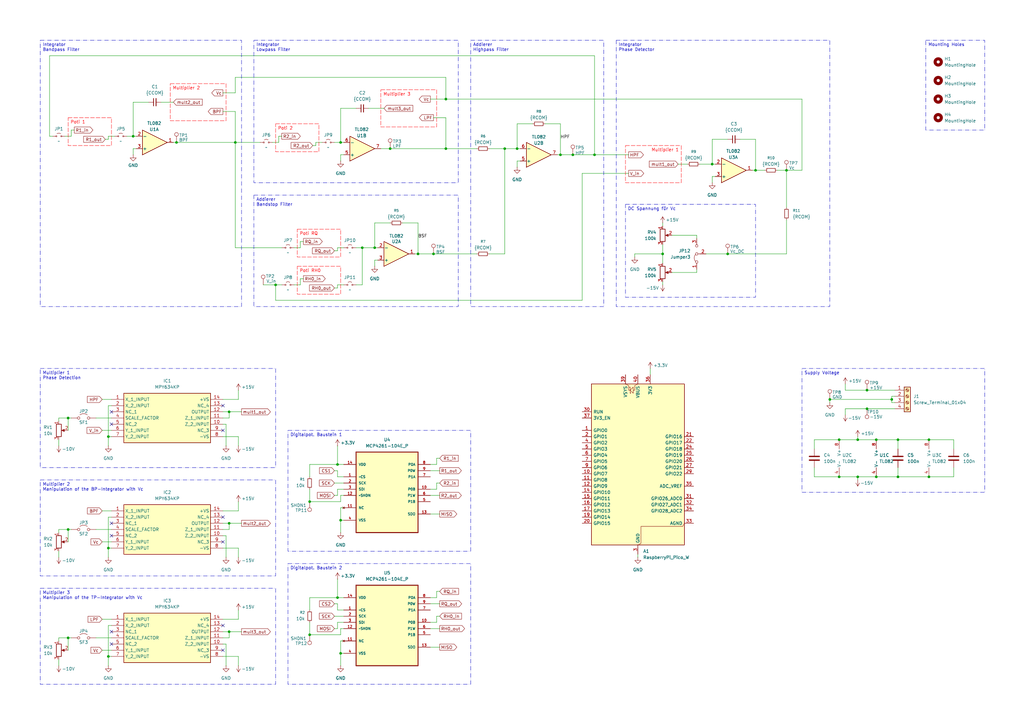
<source format=kicad_sch>
(kicad_sch (version 20250114) (generator "eeschema") (generator_version "9.0")
  (paper "A3")
  (text "*Mehr TP überall/ Jumper\n*Vier DigitalPots für die vier widerstände\n*Überlegungen für ADC und VCO\n*RP muss hinzugefügt werden\n*3.3V Spannuungsversorgung für RP" (at -99.314 185.674 0) (effects (font (size 3 3)) (justify left top)))
  (text_box "Poti 2\n\n" (at 113.03 50.8 0) (size 17.78 11.43) (margins 0.9525 0.9525 0.9525 0.9525) (stroke (width 0) (type dash) (color 255 0 7 1)) (effects (font (size 1.27 1.27)) (justify left top)))
  (text_box "Supply Voltage" (exclude_from_sim yes) (at 328.93 151.13 0) (size 74.93 50.8) (margins 0.9525 0.9525 0.9525 0.9525) (stroke (width 0) (type dash_dot)) (effects (font (size 1.27 1.27)) (justify left top)))
  (text_box "Digitalpot. Baustein 1\n\n" (at 118.11 176.53 0) (size 74.93 49.53) (margins 0.9525 0.9525 0.9525 0.9525) (stroke (width 0) (type dash_dot)) (effects (font (size 1.27 1.27)) (justify left top)))
  (text_box "Poti RH0\n\n\n" (at 121.92 109.22 0) (size 17.78 11.43) (margins 0.9525 0.9525 0.9525 0.9525) (stroke (width 0) (type dash) (color 255 0 7 1)) (effects (font (size 1.27 1.27)) (justify left top)))
  (text_box "Multiplier 2\n\n" (at 69.85 34.29 0) (size 22.86 15.24) (margins 0.9525 0.9525 0.9525 0.9525) (stroke (width 0) (type dash) (color 255 0 7 1)) (effects (font (size 1.27 1.27)) (justify left top)))
  (text_box "Multiplier 2\nManipulation of the BP-Integrator with Vc" (exclude_from_sim yes) (at 16.51 196.85 0) (size 96.52 39.37) (margins 0.9525 0.9525 0.9525 0.9525) (stroke (width 0) (type dash_dot)) (effects (font (size 1.27 1.27)) (justify left top)))
  (text_box "Multiplier 1\nPhase Detection" (exclude_from_sim yes) (at 16.51 151.13 0) (size 96.52 40.64) (margins 0.9525 0.9525 0.9525 0.9525) (stroke (width 0) (type dash_dot)) (effects (font (size 1.27 1.27)) (justify left top)))
  (text_box "Mounting Holes" (exclude_from_sim yes) (at 379.73 16.51 0) (size 24.13 36.83) (margins 0.9525 0.9525 0.9525 0.9525) (stroke (width 0) (type dash_dot)) (effects (font (size 1.27 1.27)) (justify left top)))
  (text_box "Poti 1\n\n" (at 27.94 48.26 0) (size 17.78 11.43) (margins 0.9525 0.9525 0.9525 0.9525) (stroke (width 0) (type dash) (color 255 0 7 1)) (effects (font (size 1.27 1.27)) (justify left top)))
  (text_box "Multiplier 3\nManipulation of the TP-Integrator with Vc" (exclude_from_sim yes) (at 16.51 241.3 0) (size 96.52 39.37) (margins 0.9525 0.9525 0.9525 0.9525) (stroke (width 0) (type dash_dot)) (effects (font (size 1.27 1.27)) (justify left top)))
  (text_box "Digitalpot. Baustein 2\n" (at 118.11 231.14 0) (size 74.93 49.53) (margins 0.9525 0.9525 0.9525 0.9525) (stroke (width 0) (type dash_dot)) (effects (font (size 1.27 1.27)) (justify left top)))
  (text_box "Addierer\nHighpass Filter" (exclude_from_sim yes) (at 193.04 16.51 0) (size 54.61 109.22) (margins 0.9525 0.9525 0.9525 0.9525) (stroke (width 0) (type dash_dot)) (effects (font (size 1.27 1.27)) (justify left top)))
  (text_box "Integrator\nBandpass Filter" (exclude_from_sim yes) (at 16.51 16.51 0) (size 82.55 109.22) (margins 0.9525 0.9525 0.9525 0.9525) (stroke (width 0) (type dash_dot)) (effects (font (size 1.27 1.27)) (justify left top)))
  (text_box "DC Spannung für Vc " (exclude_from_sim yes) (at 256.54 83.82 0) (size 53.34 38.1) (margins 0.9525 0.9525 0.9525 0.9525) (stroke (width 0) (type dash_dot)) (effects (font (size 1.27 1.27)) (justify left top)))
  (text_box "Multiplier 3\n\n" (at 156.21 36.83 0) (size 22.86 15.24) (margins 0.9525 0.9525 0.9525 0.9525) (stroke (width 0) (type dash) (color 255 0 7 1)) (effects (font (size 1.27 1.27)) (justify left top)))
  (text_box "Multiplier 1\n" (at 256.54 59.69 0) (size 22.86 15.24) (margins 0.9525 0.9525 0.9525 0.9525) (stroke (width 0) (type dash) (color 255 0 7 1)) (effects (font (size 1.27 1.27)) (justify right top)))
  (text_box "Addierer\nBandstop Filter" (exclude_from_sim yes) (at 104.14 80.01 0) (size 83.82 45.72) (margins 0.9525 0.9525 0.9525 0.9525) (stroke (width 0) (type dash_dot)) (effects (font (size 1.27 1.27)) (justify left top)))
  (text_box "Integrator\nLowpass Filter" (exclude_from_sim yes) (at 104.14 16.51 0) (size 83.82 58.42) (margins 0.9525 0.9525 0.9525 0.9525) (stroke (width 0) (type dash_dot)) (effects (font (size 1.27 1.27)) (justify left top)))
  (text_box "Poti RQ\n\n\n" (at 121.92 93.98 0) (size 17.78 11.43) (margins 0.9525 0.9525 0.9525 0.9525) (stroke (width 0) (type dash) (color 255 0 7 1)) (effects (font (size 1.27 1.27)) (justify left top)))
  (text_box "Integrator\nPhase Detector" (exclude_from_sim yes) (at 252.73 16.51 0) (size 87.63 109.22) (margins 0.9525 0.9525 0.9525 0.9525) (stroke (width 0) (type dash_dot)) (effects (font (size 1.27 1.27)) (justify left top)))
  (junction (at 160.02 60.96))
  (junction (at 212.09 60.96))
  (junction (at 351.79 195.58))
  (junction (at 355.6 167.64))
  (junction (at 27.94 217.17))
  (junction (at 182.88 40.64))
  (junction (at 234.95 63.5))
  (junction (at 182.88 60.96))
  (junction (at 139.7 58.42))
  (junction (at 359.41 195.58))
  (junction (at 127 260.35))
  (junction (at 139.7 213.36))
  (junction (at 113.03 116.84))
  (junction (at 207.01 60.96))
  (junction (at 344.17 180.34))
  (junction (at 72.39 58.42))
  (junction (at 309.88 69.85))
  (junction (at 54.61 55.88))
  (junction (at 93.98 214.63))
  (junction (at 44.45 269.24))
  (junction (at 322.58 69.85))
  (junction (at 153.67 101.6))
  (junction (at 44.45 179.07))
  (junction (at 355.6 160.02))
  (junction (at 229.87 63.5))
  (junction (at 359.41 180.34))
  (junction (at 381 195.58))
  (junction (at 127 205.74))
  (junction (at 27.94 261.62))
  (junction (at 243.84 63.5))
  (junction (at 271.78 104.14))
  (junction (at 93.98 168.91))
  (junction (at 351.79 180.34))
  (junction (at 96.52 58.42))
  (junction (at 27.94 171.45))
  (junction (at 340.36 163.83))
  (junction (at 138.43 190.5))
  (junction (at 381 180.34))
  (junction (at 368.3 180.34))
  (junction (at 365.76 163.83))
  (junction (at 368.3 195.58))
  (junction (at 138.43 245.11))
  (junction (at 139.7 267.97))
  (junction (at 148.59 101.6))
  (junction (at 298.45 104.14))
  (junction (at 292.1 67.31))
  (junction (at 344.17 195.58))
  (junction (at 171.45 104.14))
  (junction (at 93.98 259.08))
  (junction (at 44.45 224.79))
  (junction (at 177.8 104.14))
  (no_connect (at 45.72 259.08))
  (no_connect (at 91.44 256.54))
  (no_connect (at 91.44 266.7))
  (no_connect (at 45.72 173.99))
  (no_connect (at 45.72 264.16))
  (no_connect (at 91.44 222.25))
  (no_connect (at 45.72 219.71))
  (no_connect (at 91.44 176.53))
  (no_connect (at 45.72 168.91))
  (no_connect (at 91.44 166.37))
  (no_connect (at 91.44 212.09))
  (no_connect (at 45.72 214.63))
  (wire (pts (xy 91.44 219.71) (xy 92.71 219.71)))
  (wire (pts (xy 139.7 205.74) (xy 139.7 203.2)))
  (wire (pts (xy 171.45 104.14) (xy 171.45 91.44)))
  (wire (pts (xy 212.09 60.96) (xy 213.36 60.96)))
  (wire (pts (xy 29.21 53.34) (xy 30.48 53.34)))
  (wire (pts (xy 180.34 198.12) (xy 179.07 198.12)))
  (wire (pts (xy 334.01 180.34) (xy 334.01 184.15)))
  (wire (pts (xy 146.05 116.84) (xy 148.59 116.84)))
  (wire (pts (xy 137.16 198.12) (xy 140.97 198.12)))
  (wire (pts (xy 113.03 116.84) (xy 115.57 116.84)))
  (wire (pts (xy 41.91 254) (xy 45.72 254)))
  (wire (pts (xy 271.78 92.71) (xy 271.78 91.44)))
  (wire (pts (xy 146.05 101.6) (xy 148.59 101.6)))
  (wire (pts (xy 27.94 217.17) (xy 24.13 217.17)))
  (wire (pts (xy 148.59 116.84) (xy 148.59 101.6)))
  (wire (pts (xy 138.43 195.58) (xy 140.97 195.58)))
  (wire (pts (xy 27.94 171.45) (xy 27.94 176.53)))
  (wire (pts (xy 318.77 69.85) (xy 322.58 69.85)))
  (wire (pts (xy 365.76 163.83) (xy 340.36 163.83)))
  (wire (pts (xy 96.52 101.6) (xy 96.52 58.42)))
  (wire (pts (xy 24.13 218.44) (xy 24.13 217.17)))
  (wire (pts (xy 367.03 162.56) (xy 365.76 162.56)))
  (wire (pts (xy 346.71 160.02) (xy 355.6 160.02)))
  (wire (pts (xy 24.13 262.89) (xy 24.13 261.62)))
  (wire (pts (xy 91.44 259.08) (xy 93.98 259.08)))
  (wire (pts (xy 44.45 55.88) (xy 46.99 55.88)))
  (wire (pts (xy 153.67 106.68) (xy 153.67 109.22)))
  (wire (pts (xy 328.93 40.64) (xy 328.93 69.85)))
  (wire (pts (xy 309.88 57.15) (xy 309.88 69.85)))
  (wire (pts (xy 138.43 237.49) (xy 138.43 245.11)))
  (wire (pts (xy 275.59 111.76) (xy 285.75 111.76)))
  (wire (pts (xy 139.7 44.45) (xy 146.05 44.45)))
  (wire (pts (xy 153.67 101.6) (xy 154.94 101.6)))
  (wire (pts (xy 139.7 203.2) (xy 140.97 203.2)))
  (wire (pts (xy 71.12 58.42) (xy 72.39 58.42)))
  (wire (pts (xy 114.3 55.88) (xy 115.57 55.88)))
  (wire (pts (xy 234.95 63.5) (xy 243.84 63.5)))
  (wire (pts (xy 97.79 163.83) (xy 91.44 163.83)))
  (wire (pts (xy 44.45 166.37) (xy 44.45 179.07)))
  (wire (pts (xy 29.21 53.34) (xy 29.21 55.88)))
  (wire (pts (xy 182.88 60.96) (xy 195.58 60.96)))
  (wire (pts (xy 140.97 190.5) (xy 138.43 190.5)))
  (wire (pts (xy 29.21 261.62) (xy 27.94 261.62)))
  (wire (pts (xy 260.35 104.14) (xy 260.35 105.41)))
  (wire (pts (xy 218.44 50.8) (xy 212.09 50.8)))
  (wire (pts (xy 39.37 261.62) (xy 45.72 261.62)))
  (wire (pts (xy 97.79 179.07) (xy 91.44 179.07)))
  (wire (pts (xy 138.43 257.81) (xy 138.43 255.27)))
  (wire (pts (xy 391.16 184.15) (xy 391.16 180.34)))
  (wire (pts (xy 176.53 203.2) (xy 180.34 203.2)))
  (wire (pts (xy 120.65 101.6) (xy 123.19 101.6)))
  (wire (pts (xy 97.79 228.6) (xy 97.79 224.79)))
  (wire (pts (xy 223.52 50.8) (xy 229.87 50.8)))
  (wire (pts (xy 292.1 74.93) (xy 292.1 72.39)))
  (wire (pts (xy 137.16 203.2) (xy 138.43 203.2)))
  (wire (pts (xy 243.84 63.5) (xy 243.84 22.86)))
  (wire (pts (xy 97.79 182.88) (xy 97.79 179.07)))
  (wire (pts (xy 179.07 255.27) (xy 176.53 255.27)))
  (wire (pts (xy 351.79 180.34) (xy 344.17 180.34)))
  (wire (pts (xy 160.02 60.96) (xy 182.88 60.96)))
  (wire (pts (xy 292.1 72.39) (xy 293.37 72.39)))
  (wire (pts (xy 176.53 193.04) (xy 180.34 193.04)))
  (wire (pts (xy 91.44 38.1) (xy 96.52 38.1)))
  (wire (pts (xy 153.67 91.44) (xy 160.02 91.44)))
  (wire (pts (xy 54.61 41.91) (xy 54.61 55.88)))
  (wire (pts (xy 292.1 57.15) (xy 292.1 67.31)))
  (wire (pts (xy 54.61 60.96) (xy 55.88 60.96)))
  (wire (pts (xy 97.79 160.02) (xy 97.79 163.83)))
  (wire (pts (xy 328.93 40.64) (xy 182.88 40.64)))
  (wire (pts (xy 52.07 55.88) (xy 54.61 55.88)))
  (wire (pts (xy 20.32 55.88) (xy 21.59 55.88)))
  (wire (pts (xy 39.37 171.45) (xy 45.72 171.45)))
  (wire (pts (xy 346.71 170.18) (xy 346.71 167.64)))
  (wire (pts (xy 238.76 71.12) (xy 238.76 123.19)))
  (wire (pts (xy 29.21 55.88) (xy 26.67 55.88)))
  (wire (pts (xy 355.6 160.02) (xy 367.03 160.02)))
  (wire (pts (xy 137.16 102.87) (xy 138.43 102.87)))
  (wire (pts (xy 229.87 63.5) (xy 234.95 63.5)))
  (wire (pts (xy 45.72 256.54) (xy 44.45 256.54)))
  (wire (pts (xy 322.58 69.85) (xy 322.58 85.09)))
  (wire (pts (xy 266.7 151.13) (xy 266.7 153.67)))
  (wire (pts (xy 322.58 90.17) (xy 322.58 104.14)))
  (wire (pts (xy 139.7 208.28) (xy 139.7 213.36)))
  (wire (pts (xy 107.95 116.84) (xy 113.03 116.84)))
  (wire (pts (xy 140.97 208.28) (xy 139.7 208.28)))
  (wire (pts (xy 97.79 209.55) (xy 91.44 209.55)))
  (wire (pts (xy 179.07 245.11) (xy 176.53 245.11)))
  (wire (pts (xy 27.94 217.17) (xy 27.94 222.25)))
  (wire (pts (xy 346.71 167.64) (xy 355.6 167.64)))
  (wire (pts (xy 137.16 58.42) (xy 139.7 58.42)))
  (wire (pts (xy 139.7 205.74) (xy 127 205.74)))
  (wire (pts (xy 298.45 104.14) (xy 322.58 104.14)))
  (wire (pts (xy 182.88 31.75) (xy 182.88 40.64)))
  (wire (pts (xy 123.19 114.3) (xy 124.46 114.3)))
  (wire (pts (xy 137.16 257.81) (xy 138.43 257.81)))
  (wire (pts (xy 351.79 196.85) (xy 351.79 195.58)))
  (wire (pts (xy 129.54 58.42) (xy 132.08 58.42)))
  (wire (pts (xy 27.94 261.62) (xy 27.94 266.7)))
  (wire (pts (xy 127 200.66) (xy 127 205.74)))
  (wire (pts (xy 180.34 252.73) (xy 179.07 252.73)))
  (wire (pts (xy 96.52 31.75) (xy 182.88 31.75)))
  (wire (pts (xy 72.39 58.42) (xy 96.52 58.42)))
  (wire (pts (xy 139.7 257.81) (xy 140.97 257.81)))
  (wire (pts (xy 177.8 48.26) (xy 182.88 48.26)))
  (wire (pts (xy 171.45 104.14) (xy 177.8 104.14)))
  (wire (pts (xy 179.07 187.96) (xy 179.07 190.5)))
  (wire (pts (xy 368.3 195.58) (xy 381 195.58)))
  (wire (pts (xy 322.58 69.85) (xy 328.93 69.85)))
  (wire (pts (xy 176.53 247.65) (xy 180.34 247.65)))
  (wire (pts (xy 257.81 71.12) (xy 238.76 71.12)))
  (wire (pts (xy 44.45 224.79) (xy 45.72 224.79)))
  (wire (pts (xy 127 245.11) (xy 138.43 245.11)))
  (wire (pts (xy 365.76 165.1) (xy 365.76 163.83)))
  (wire (pts (xy 96.52 38.1) (xy 96.52 31.75)))
  (wire (pts (xy 309.88 69.85) (xy 313.69 69.85)))
  (wire (pts (xy 271.78 115.57) (xy 271.78 116.84)))
  (wire (pts (xy 97.79 224.79) (xy 91.44 224.79)))
  (wire (pts (xy 44.45 179.07) (xy 45.72 179.07)))
  (wire (pts (xy 92.71 173.99) (xy 92.71 182.88)))
  (wire (pts (xy 139.7 260.35) (xy 127 260.35)))
  (wire (pts (xy 381 180.34) (xy 391.16 180.34)))
  (wire (pts (xy 139.7 218.44) (xy 139.7 213.36)))
  (wire (pts (xy 351.79 180.34) (xy 359.41 180.34)))
  (wire (pts (xy 93.98 168.91) (xy 99.06 168.91)))
  (wire (pts (xy 41.91 266.7) (xy 45.72 266.7)))
  (wire (pts (xy 139.7 66.04) (xy 139.7 63.5)))
  (wire (pts (xy 139.7 63.5) (xy 140.97 63.5)))
  (wire (pts (xy 138.43 102.87) (xy 138.43 101.6)))
  (wire (pts (xy 368.3 180.34) (xy 381 180.34)))
  (wire (pts (xy 138.43 118.11) (xy 138.43 116.84)))
  (wire (pts (xy 355.6 167.64) (xy 367.03 167.64)))
  (wire (pts (xy 139.7 260.35) (xy 139.7 257.81)))
  (wire (pts (xy 137.16 252.73) (xy 140.97 252.73)))
  (wire (pts (xy 138.43 250.19) (xy 140.97 250.19)))
  (wire (pts (xy 165.1 91.44) (xy 171.45 91.44)))
  (wire (pts (xy 66.04 41.91) (xy 71.12 41.91)))
  (wire (pts (xy 176.53 265.43) (xy 180.34 265.43)))
  (wire (pts (xy 41.91 176.53) (xy 45.72 176.53)))
  (wire (pts (xy 91.44 45.72) (xy 96.52 45.72)))
  (wire (pts (xy 139.7 58.42) (xy 140.97 58.42)))
  (wire (pts (xy 92.71 264.16) (xy 92.71 273.05)))
  (wire (pts (xy 365.76 165.1) (xy 367.03 165.1)))
  (wire (pts (xy 20.32 22.86) (xy 20.32 55.88)))
  (wire (pts (xy 44.45 256.54) (xy 44.45 269.24)))
  (wire (pts (xy 138.43 116.84) (xy 140.97 116.84)))
  (wire (pts (xy 29.21 217.17) (xy 27.94 217.17)))
  (wire (pts (xy 123.19 99.06) (xy 124.46 99.06)))
  (wire (pts (xy 127 190.5) (xy 127 195.58)))
  (wire (pts (xy 97.79 254) (xy 91.44 254)))
  (wire (pts (xy 212.09 66.04) (xy 213.36 66.04)))
  (wire (pts (xy 140.97 262.89) (xy 139.7 262.89)))
  (wire (pts (xy 44.45 212.09) (xy 44.45 224.79)))
  (wire (pts (xy 308.61 69.85) (xy 309.88 69.85)))
  (wire (pts (xy 97.79 273.05) (xy 97.79 269.24)))
  (wire (pts (xy 212.09 50.8) (xy 212.09 60.96)))
  (wire (pts (xy 289.56 104.14) (xy 298.45 104.14)))
  (wire (pts (xy 351.79 195.58) (xy 359.41 195.58)))
  (wire (pts (xy 54.61 55.88) (xy 55.88 55.88)))
  (wire (pts (xy 243.84 63.5) (xy 257.81 63.5)))
  (wire (pts (xy 179.07 198.12) (xy 179.07 200.66)))
  (wire (pts (xy 156.21 60.96) (xy 160.02 60.96)))
  (wire (pts (xy 278.13 67.31) (xy 281.94 67.31)))
  (wire (pts (xy 139.7 44.45) (xy 139.7 58.42)))
  (wire (pts (xy 207.01 104.14) (xy 200.66 104.14)))
  (wire (pts (xy 138.43 200.66) (xy 140.97 200.66)))
  (wire (pts (xy 93.98 171.45) (xy 93.98 168.91)))
  (wire (pts (xy 334.01 180.34) (xy 344.17 180.34)))
  (wire (pts (xy 139.7 213.36) (xy 140.97 213.36)))
  (wire (pts (xy 176.53 210.82) (xy 180.34 210.82)))
  (wire (pts (xy 340.36 163.83) (xy 340.36 165.1)))
  (wire (pts (xy 391.16 191.77) (xy 391.16 195.58)))
  (wire (pts (xy 41.91 209.55) (xy 45.72 209.55)))
  (wire (pts (xy 91.44 217.17) (xy 93.98 217.17)))
  (wire (pts (xy 138.43 193.04) (xy 138.43 195.58)))
  (wire (pts (xy 114.3 55.88) (xy 114.3 58.42)))
  (wire (pts (xy 139.7 273.05) (xy 139.7 267.97)))
  (wire (pts (xy 285.75 96.52) (xy 285.75 97.79)))
  (wire (pts (xy 127 255.27) (xy 127 260.35)))
  (wire (pts (xy 44.45 269.24) (xy 45.72 269.24)))
  (wire (pts (xy 137.16 118.11) (xy 138.43 118.11)))
  (wire (pts (xy 292.1 57.15) (xy 298.45 57.15)))
  (wire (pts (xy 44.45 57.15) (xy 44.45 55.88)))
  (wire (pts (xy 91.44 168.91) (xy 93.98 168.91)))
  (wire (pts (xy 91.44 173.99) (xy 92.71 173.99)))
  (wire (pts (xy 97.79 250.19) (xy 97.79 254)))
  (wire (pts (xy 96.52 58.42) (xy 106.68 58.42)))
  (wire (pts (xy 93.98 214.63) (xy 99.06 214.63)))
  (wire (pts (xy 238.76 123.19) (xy 113.03 123.19)))
  (wire (pts (xy 41.91 163.83) (xy 45.72 163.83)))
  (wire (pts (xy 96.52 101.6) (xy 115.57 101.6)))
  (wire (pts (xy 292.1 67.31) (xy 293.37 67.31)))
  (wire (pts (xy 91.44 171.45) (xy 93.98 171.45)))
  (wire (pts (xy 139.7 267.97) (xy 140.97 267.97)))
  (wire (pts (xy 303.53 57.15) (xy 309.88 57.15)))
  (wire (pts (xy 123.19 99.06) (xy 123.19 101.6)))
  (wire (pts (xy 27.94 171.45) (xy 24.13 171.45)))
  (wire (pts (xy 207.01 60.96) (xy 212.09 60.96)))
  (wire (pts (xy 151.13 44.45) (xy 157.48 44.45)))
  (wire (pts (xy 45.72 212.09) (xy 44.45 212.09)))
  (wire (pts (xy 212.09 68.58) (xy 212.09 66.04)))
  (wire (pts (xy 44.45 179.07) (xy 44.45 182.88)))
  (wire (pts (xy 287.02 67.31) (xy 292.1 67.31)))
  (wire (pts (xy 179.07 200.66) (xy 176.53 200.66)))
  (wire (pts (xy 39.37 217.17) (xy 45.72 217.17)))
  (wire (pts (xy 91.44 214.63) (xy 93.98 214.63)))
  (wire (pts (xy 177.8 104.14) (xy 195.58 104.14)))
  (wire (pts (xy 176.53 257.81) (xy 180.34 257.81)))
  (wire (pts (xy 24.13 180.34) (xy 24.13 182.88)))
  (wire (pts (xy 271.78 104.14) (xy 271.78 100.33)))
  (wire (pts (xy 138.43 247.65) (xy 138.43 250.19)))
  (wire (pts (xy 365.76 162.56) (xy 365.76 163.83)))
  (wire (pts (xy 261.62 227.33) (xy 261.62 228.6)))
  (wire (pts (xy 344.17 195.58) (xy 351.79 195.58)))
  (wire (pts (xy 120.65 116.84) (xy 123.19 116.84)))
  (wire (pts (xy 93.98 261.62) (xy 93.98 259.08)))
  (wire (pts (xy 97.79 269.24) (xy 91.44 269.24)))
  (wire (pts (xy 140.97 245.11) (xy 138.43 245.11)))
  (wire (pts (xy 91.44 261.62) (xy 93.98 261.62)))
  (wire (pts (xy 368.3 180.34) (xy 368.3 184.15)))
  (wire (pts (xy 179.07 252.73) (xy 179.07 255.27)))
  (wire (pts (xy 96.52 45.72) (xy 96.52 58.42)))
  (wire (pts (xy 271.78 104.14) (xy 271.78 107.95)))
  (wire (pts (xy 92.71 219.71) (xy 92.71 228.6)))
  (wire (pts (xy 260.35 104.14) (xy 271.78 104.14)))
  (wire (pts (xy 29.21 171.45) (xy 27.94 171.45)))
  (wire (pts (xy 334.01 195.58) (xy 344.17 195.58)))
  (wire (pts (xy 137.16 247.65) (xy 138.43 247.65)))
  (wire (pts (xy 44.45 269.24) (xy 44.45 273.05)))
  (wire (pts (xy 171.45 104.14) (xy 170.18 104.14)))
  (wire (pts (xy 137.16 193.04) (xy 138.43 193.04)))
  (wire (pts (xy 97.79 205.74) (xy 97.79 209.55)))
  (wire (pts (xy 200.66 60.96) (xy 207.01 60.96)))
  (wire (pts (xy 368.3 195.58) (xy 359.41 195.58)))
  (wire (pts (xy 111.76 58.42) (xy 114.3 58.42)))
  (wire (pts (xy 229.87 63.5) (xy 228.6 63.5)))
  (wire (pts (xy 45.72 166.37) (xy 44.45 166.37)))
  (wire (pts (xy 179.07 190.5) (xy 176.53 190.5)))
  (wire (pts (xy 93.98 259.08) (xy 99.06 259.08)))
  (wire (pts (xy 179.07 242.57) (xy 179.07 245.11)))
  (wire (pts (xy 182.88 48.26) (xy 182.88 60.96)))
  (wire (pts (xy 41.91 222.25) (xy 45.72 222.25)))
  (wire (pts (xy 138.43 101.6) (xy 140.97 101.6)))
  (wire (pts (xy 207.01 104.14) (xy 207.01 60.96)))
  (wire (pts (xy 113.03 123.19) (xy 113.03 116.84)))
  (wire (pts (xy 243.84 22.86) (xy 20.32 22.86)))
  (wire (pts (xy 54.61 63.5) (xy 54.61 60.96)))
  (wire (pts (xy 44.45 224.79) (xy 44.45 228.6)))
  (wire (pts (xy 138.43 182.88) (xy 138.43 190.5)))
  (wire (pts (xy 24.13 270.51) (xy 24.13 273.05)))
  (wire (pts (xy 127 245.11) (xy 127 250.19)))
  (wire (pts (xy 334.01 191.77) (xy 334.01 195.58)))
  (wire (pts (xy 275.59 96.52) (xy 285.75 96.52)))
  (wire (pts (xy 229.87 50.8) (xy 229.87 63.5)))
  (wire (pts (xy 346.71 157.48) (xy 346.71 160.02)))
  (wire (pts (xy 138.43 255.27) (xy 140.97 255.27)))
  (wire (pts (xy 27.94 261.62) (xy 24.13 261.62)))
  (wire (pts (xy 54.61 41.91) (xy 60.96 41.91)))
  (wire (pts (xy 24.13 172.72) (xy 24.13 171.45)))
  (wire (pts (xy 91.44 264.16) (xy 92.71 264.16)))
  (wire (pts (xy 153.67 91.44) (xy 153.67 101.6)))
  (wire (pts (xy 128.27 59.69) (xy 129.54 59.69)))
  (wire (pts (xy 123.19 114.3) (xy 123.19 116.84)))
  (wire (pts (xy 24.13 226.06) (xy 24.13 228.6)))
  (wire (pts (xy 351.79 179.07) (xy 351.79 180.34)))
  (wire (pts (xy 368.3 191.77) (xy 368.3 195.58)))
  (wire (pts (xy 93.98 217.17) (xy 93.98 214.63)))
  (wire (pts (xy 381 195.58) (xy 391.16 195.58)))
  (wire (pts (xy 154.94 106.68) (xy 153.67 106.68)))
  (wire (pts (xy 180.34 242.57) (xy 179.07 242.57)))
  (wire (pts (xy 43.18 57.15) (xy 44.45 57.15)))
  (wire (pts (xy 180.34 187.96) (xy 179.07 187.96)))
  (wire (pts (xy 148.59 101.6) (xy 153.67 101.6)))
  (wire (pts (xy 138.43 203.2) (xy 138.43 200.66)))
  (wire (pts (xy 139.7 262.89) (xy 139.7 267.97)))
  (wire (pts (xy 129.54 59.69) (xy 129.54 58.42)))
  (wire (pts (xy 285.75 111.76) (xy 285.75 110.49)))
  (wire (pts (xy 182.88 40.64) (xy 176.53 40.64)))
  (wire (pts (xy 127 190.5) (xy 138.43 190.5)))
  (wire (pts (xy 359.41 180.34) (xy 368.3 180.34)))
  (label "HPF" (at 229.87 57.15 0))
  (label "BSF" (at 171.45 97.79 0))
  (global_label "R2_in" (shape output) (at 115.57 55.88 0) (property "Intersheetrefs" "${INTERSHEET_REFS}" (effects (hide yes))))
  (global_label "RQ_in" (shape input) (at 180.34 242.57 0) (property "Intersheetrefs" "${INTERSHEET_REFS}" (effects (hide yes))))
  (global_label "R2_in" (shape input) (at 180.34 198.12 0) (property "Intersheetrefs" "${INTERSHEET_REFS}" (effects (hide yes))))
  (global_label "Vc" (shape input) (at 41.91 222.25 180) (property "Intersheetrefs" "${INTERSHEET_REFS}" (effects (hide yes))))
  (global_label "RQ_out" (shape output) (at 180.34 247.65 0) (property "Intersheetrefs" "${INTERSHEET_REFS}" (effects (hide yes))))
  (global_label "HPF" (shape input) (at 41.91 163.83 180) (property "Intersheetrefs" "${INTERSHEET_REFS}" (effects (hide yes))))
  (global_label "R1_out" (shape output) (at 180.34 193.04 0) (property "Intersheetrefs" "${INTERSHEET_REFS}" (effects (hide yes))))
  (global_label "CS2" (shape input) (at 137.16 247.65 180) (property "Intersheetrefs" "${INTERSHEET_REFS}" (effects (hide yes))))
  (global_label "LPF" (shape output) (at 177.8 48.26 180) (property "Intersheetrefs" "${INTERSHEET_REFS}" (effects (hide yes))))
  (global_label "R1_in" (shape input) (at 180.34 187.96 0) (property "Intersheetrefs" "${INTERSHEET_REFS}" (effects (hide yes))))
  (global_label "RH0_out" (shape output) (at 180.34 257.81 0) (property "Intersheetrefs" "${INTERSHEET_REFS}" (effects (hide yes))))
  (global_label "mult2_out" (shape input) (at 71.12 41.91 0) (property "Intersheetrefs" "${INTERSHEET_REFS}" (effects (hide yes))))
  (global_label "mult2_out" (shape output) (at 99.06 214.63 0) (property "Intersheetrefs" "${INTERSHEET_REFS}" (effects (hide yes))))
  (global_label "V_in" (shape input) (at 41.91 176.53 180) (property "Intersheetrefs" "${INTERSHEET_REFS}" (effects (hide yes))))
  (global_label "RH0_in" (shape output) (at 124.46 114.3 0) (property "Intersheetrefs" "${INTERSHEET_REFS}" (effects (hide yes))))
  (global_label "RH0_in" (shape input) (at 180.34 252.73 0) (property "Intersheetrefs" "${INTERSHEET_REFS}" (effects (hide yes))))
  (global_label "HPF" (shape output) (at 257.81 63.5 0) (property "Intersheetrefs" "${INTERSHEET_REFS}" (effects (hide yes))))
  (global_label "mult3_out" (shape output) (at 99.06 259.08 0) (property "Intersheetrefs" "${INTERSHEET_REFS}" (effects (hide yes))))
  (global_label "R1_in" (shape output) (at 30.48 53.34 0) (property "Intersheetrefs" "${INTERSHEET_REFS}" (effects (hide yes))))
  (global_label "R2_out" (shape input) (at 128.27 59.69 180) (property "Intersheetrefs" "${INTERSHEET_REFS}" (effects (hide yes))))
  (global_label "LPF" (shape input) (at 41.91 254 180) (property "Intersheetrefs" "${INTERSHEET_REFS}" (effects (hide yes))))
  (global_label "MISO" (shape output) (at 180.34 210.82 0) (property "Intersheetrefs" "${INTERSHEET_REFS}" (effects (hide yes))))
  (global_label "Vc" (shape output) (at 91.44 38.1 180) (property "Intersheetrefs" "${INTERSHEET_REFS}" (effects (hide yes))))
  (global_label "mult1_out" (shape input) (at 278.13 67.31 180) (property "Intersheetrefs" "${INTERSHEET_REFS}" (effects (hide yes))))
  (global_label "SCK" (shape input) (at 137.16 252.73 180) (property "Intersheetrefs" "${INTERSHEET_REFS}" (effects (hide yes))))
  (global_label "CS1" (shape input) (at 137.16 193.04 180) (property "Intersheetrefs" "${INTERSHEET_REFS}" (effects (hide yes))))
  (global_label "RH0_out" (shape input) (at 137.16 118.11 180) (property "Intersheetrefs" "${INTERSHEET_REFS}" (effects (hide yes))))
  (global_label "BPF" (shape input) (at 41.91 209.55 180) (property "Intersheetrefs" "${INTERSHEET_REFS}" (effects (hide yes))))
  (global_label "V_in" (shape output) (at 257.81 71.12 0) (property "Intersheetrefs" "${INTERSHEET_REFS}" (effects (hide yes))))
  (global_label "R1_out" (shape input) (at 43.18 57.15 180) (property "Intersheetrefs" "${INTERSHEET_REFS}" (effects (hide yes))))
  (global_label "R2_out" (shape output) (at 180.34 203.2 0) (property "Intersheetrefs" "${INTERSHEET_REFS}" (effects (hide yes))))
  (global_label "MOSI" (shape input) (at 137.16 257.81 180) (property "Intersheetrefs" "${INTERSHEET_REFS}" (effects (hide yes))))
  (global_label "SCK" (shape input) (at 137.16 198.12 180) (property "Intersheetrefs" "${INTERSHEET_REFS}" (effects (hide yes))))
  (global_label "RQ_in" (shape output) (at 124.46 99.06 0) (property "Intersheetrefs" "${INTERSHEET_REFS}" (effects (hide yes))))
  (global_label "mult1_out" (shape output) (at 99.06 168.91 0) (property "Intersheetrefs" "${INTERSHEET_REFS}" (effects (hide yes))))
  (global_label "BPF" (shape output) (at 91.44 45.72 180) (property "Intersheetrefs" "${INTERSHEET_REFS}" (effects (hide yes))))
  (global_label "MISO" (shape output) (at 180.34 265.43 0) (property "Intersheetrefs" "${INTERSHEET_REFS}" (effects (hide yes))))
  (global_label "Vc" (shape output) (at 176.53 40.64 180) (property "Intersheetrefs" "${INTERSHEET_REFS}" (effects (hide yes))))
  (global_label "RQ_out" (shape input) (at 137.16 102.87 180) (property "Intersheetrefs" "${INTERSHEET_REFS}" (effects (hide yes))))
  (global_label "mult3_out" (shape input) (at 157.48 44.45 0) (property "Intersheetrefs" "${INTERSHEET_REFS}" (effects (hide yes))))
  (global_label "MOSI" (shape input) (at 137.16 203.2 180) (property "Intersheetrefs" "${INTERSHEET_REFS}" (effects (hide yes))))
  (global_label "Vc" (shape input) (at 41.91 266.7 180) (property "Intersheetrefs" "${INTERSHEET_REFS}" (effects (hide yes))))
  (symbol (lib_id "BA_Footprints:MPY634KP") (at 45.72 254 0) (unit 1)
    (property "Reference" "IC3" (at 68.58 246.38 0))
    (property "Value" "MPY634KP" (at 68.58 248.92 0))
    (property "Footprint" "002_BA:DIP794W53P254L1930H508Q14N" (effects (hide yes)))
    (property "Datasheet" "http://www.ti.com/lit/gpn/mpy634" (effects (hide yes)))
    (property "Description" "Wide Bandwidth Precision Analog Multiplier" (effects (hide yes)))
    (property "Height" "5.08" (effects (hide yes)))
    (property "Mouser Part Number" "595-MPY634KP" (effects (hide yes)))
    (property "Mouser Price/Stock" "https://www.mouser.co.uk/ProductDetail/Texas-Instruments/MPY634KP?qs=paYhMW8qfitgLgQ%252B%2FVQr7Q%3D%3D" (effects (hide yes)))
    (property "Manufacturer_Name" "Texas Instruments" (effects (hide yes)))
    (property "Manufacturer_Part_Number" "MPY634KP" (effects (hide yes)))
    (property "Sim.Library" "mpy634_tina.lib" (effects (hide yes)))
    (property "Sim.Name" "MPY634_behavioral" (effects (hide yes)))
    (property "Sim.Device" "SUBCKT" (effects (hide yes)))
    (property "Sim.Pins" "1=X1 2=X2 4=SF 6=Y1 7=Y2 8=-Vs 10=Z2 11=Z1 12=Out 14=+Vs" (effects (hide yes)))
  )
  (symbol (lib_id "Jumper:Jumper_2_Small_Open") (at 134.62 58.42 0) (unit 1)
    (property "Reference" "JP9" (at 134.62 55.372 0))
    (property "Value" "~" (at 134.62 60.452 0))
    (property "Footprint" "000_OUF:Connector 2 Pin 2.54mm" (effects (hide yes)))
    (property "Description" "Jumper, 2-pole, small symbol, open" (effects (hide yes)))
  )
  (symbol (lib_id "000_My_Symbols:Testpoint") (at 107.95 116.84 0) (unit 1) (exclude_from_sim yes)
    (property "Reference" "TP2" (at 108.966 113.284 0) (effects (justify left)))
    (property "Value" "V_in" (at 109.22 115.316 0) (effects (justify left)))
    (property "Footprint" "000_OUF:TestPoint" (effects (hide yes)))
    (property "Description" "test point" (effects (hide yes)))
    (property "Mouser Part Number" "534-5015" (effects (hide yes)))
    (property "Manufacturer_Name" "Keystone Electronics" (effects (hide yes)))
    (property "Manufacturer Part Number" "5015" (effects (hide yes)))
  )
  (symbol (lib_id "power:GND") (at 153.67 109.22 0) (unit 1)
    (property "Reference" "#PWR018" (effects (hide yes)))
    (property "Value" "GND" (at 153.67 114.3 0))
    (property "Description" "Power symbol creates a global label with name \"GND\" , ground" (effects (hide yes)))
  )
  (symbol (lib_id "Device:R_Small") (at 198.12 60.96 90) (unit 1)
    (property "Reference" "R6" (at 198.12 55.88 90) (effects (font (size 1.016 1.016))))
    (property "Value" "{RCOM}" (at 198.12 58.42 90))
    (property "Footprint" "000_OUF:Resistor" (effects (hide yes)))
    (property "Description" "Resistor, small symbol" (effects (hide yes)))
  )
  (symbol (lib_id "Jumper:Jumper_3_Bridged12") (at 285.75 104.14 90) (unit 1) (in_bom no)
    (property "Reference" "JP12" (at 283.21 102.8699 90) (effects (justify left)))
    (property "Value" "Jumper3" (at 283.21 105.4099 90) (effects (justify left)))
    (property "Footprint" "000_OUF:Connector 3 Pin 2,54mm" (effects (hide yes)))
    (property "Description" "Jumper, 3-pole, pins 1+2 closed/bridged" (effects (hide yes)))
  )
  (symbol (lib_id "power:+15V") (at 266.7 151.13 0) (unit 1)
    (property "Reference" "#PWR032" (effects (hide yes)))
    (property "Value" "+3.3V" (at 267.97 149.86 0) (effects (justify left)))
    (property "Description" "Power symbol creates a global label with name \"+15V\"" (effects (hide yes)))
  )
  (symbol (lib_id "Jumper:Jumper_2_Small_Open") (at 24.13 55.88 0) (unit 1)
    (property "Reference" "JP1" (at 24.13 52.832 0))
    (property "Value" "~" (at 24.13 57.912 0))
    (property "Footprint" "000_OUF:Connector 2 Pin 2.54mm" (effects (hide yes)))
    (property "Description" "Jumper, 2-pole, small symbol, open" (effects (hide yes)))
  )
  (symbol (lib_id "power:GND") (at 139.7 66.04 0) (unit 1)
    (property "Reference" "#PWR017" (effects (hide yes)))
    (property "Value" "GND" (at 139.7 71.12 0))
    (property "Description" "Power symbol creates a global label with name \"GND\" , ground" (effects (hide yes)))
  )
  (symbol (lib_id "power:GND") (at 340.36 165.1 0) (unit 1)
    (property "Reference" "#PWR024" (effects (hide yes)))
    (property "Value" "GND" (at 340.36 170.18 0))
    (property "Description" "Power symbol creates a global label with name \"GND\" , ground" (effects (hide yes)))
  )
  (symbol (lib_id "Jumper:Jumper_2_Small_Open") (at 109.22 58.42 0) (unit 1)
    (property "Reference" "JP6" (at 109.22 55.372 0))
    (property "Value" "~" (at 109.22 60.452 0))
    (property "Footprint" "000_OUF:Connector 2 Pin 2.54mm" (effects (hide yes)))
    (property "Description" "Jumper, 2-pole, small symbol, open" (effects (hide yes)))
  )
  (symbol (lib_id "MCU_Module:RaspberryPi_Pico_W") (at 261.62 191.77 0) (unit 1)
    (property "Reference" "A1" (at 263.7633 226.06 0) (effects (justify left)))
    (property "Value" "RaspberryPi_Pico_W" (at 263.7633 228.6 0) (effects (justify left)))
    (property "Footprint" "Module:RaspberryPi_Pico_W_SMD_HandSolder" (effects (hide yes)))
    (property "Datasheet" "https://datasheets.raspberrypi.com/picow/pico-w-datasheet.pdf" (effects (hide yes)))
    (property "Description" "Versatile and inexpensive wireless microcontroller module powered by RP2040 dual-core Arm Cortex-M0+ processor up to 133 MHz, 264kB SRAM, 2MB QSPI flash, Infineon CYW43439 2.4GHz 802.11n wireless LAN; also supports Raspberry Pi Pico 2 W" (effects (hide yes)))
  )
  (symbol (lib_id "000_My_Symbols:Testpoint") (at 127 205.74 180) (unit 1) (exclude_from_sim yes)
    (property "Reference" "TP11" (at 125.984 209.296 0) (effects (justify left)))
    (property "Value" "SHDN1" (at 125.73 207.264 0) (effects (justify left)))
    (property "Footprint" "000_OUF:TestPoint" (effects (hide yes)))
    (property "Description" "test point" (effects (hide yes)))
    (property "Mouser Part Number" "534-5015" (effects (hide yes)))
    (property "Manufacturer_Name" "Keystone Electronics" (effects (hide yes)))
    (property "Manufacturer Part Number" "5015" (effects (hide yes)))
  )
  (symbol (lib_id "power:GND") (at 44.45 273.05 0) (unit 1)
    (property "Reference" "#PWR06" (effects (hide yes)))
    (property "Value" "GND" (at 44.45 278.13 0))
    (property "Description" "Power symbol creates a global label with name \"GND\" , ground" (effects (hide yes)))
  )
  (symbol (lib_id "Device:R_Small") (at 127 198.12 0) (unit 1)
    (property "Reference" "R1" (at 122.936 196.596 0) (effects (font (size 1.016 1.016)) (justify left)))
    (property "Value" "10k" (at 121.412 199.136 0) (effects (justify left)))
    (property "Footprint" "000_OUF:Resistor" (effects (hide yes)))
    (property "Description" "Resistor, small symbol" (effects (hide yes)))
  )
  (symbol (lib_id "power:+15V") (at 24.13 228.6 180) (unit 1)
    (property "Reference" "#PWR02" (effects (hide yes)))
    (property "Value" "-10V" (at 25.4 229.87 0) (effects (justify right)))
    (property "Description" "Power symbol creates a global label with name \"+15V\"" (effects (hide yes)))
  )
  (symbol (lib_id "power:GND") (at 139.7 218.44 0) (unit 1)
    (property "Reference" "#PWR028" (effects (hide yes)))
    (property "Value" "GND" (at 139.7 223.52 0))
    (property "Description" "Power symbol creates a global label with name \"GND\" , ground" (effects (hide yes)))
  )
  (symbol (lib_id "Mechanical:MountingHole") (at 384.81 48.26 0) (unit 1) (exclude_from_sim yes) (in_bom no)
    (property "Reference" "H4" (at 387.35 46.9899 0) (effects (justify left)))
    (property "Value" "MountingHole" (at 387.35 49.5299 0) (effects (justify left)))
    (property "Footprint" "MountingHole:MountingHole_2.2mm_M2_DIN965" (effects (hide yes)))
    (property "Description" "Mounting Hole without connection" (effects (hide yes)))
  )
  (symbol (lib_id "power:+15V") (at 351.79 196.85 180) (unit 1)
    (property "Reference" "#-15V01" (effects (hide yes)))
    (property "Value" "-15V" (at 358.14 198.12 0) (effects (justify left)))
    (property "Description" "Power symbol creates a global label with name \"+15V\"" (effects (hide yes)))
  )
  (symbol (lib_id "Mechanical:MountingHole") (at 384.81 25.4 0) (unit 1) (exclude_from_sim yes) (in_bom no)
    (property "Reference" "H1" (at 387.35 24.1299 0) (effects (justify left)))
    (property "Value" "MountingHole" (at 387.35 26.6699 0) (effects (justify left)))
    (property "Footprint" "MountingHole:MountingHole_2.2mm_M2_DIN965" (effects (hide yes)))
    (property "Description" "Mounting Hole without connection" (effects (hide yes)))
  )
  (symbol (lib_id "Connector:Screw_Terminal_01x04") (at 372.11 162.56 0) (unit 1) (exclude_from_sim yes)
    (property "Reference" "J1" (at 374.65 162.5599 0) (effects (justify left)))
    (property "Value" "Screw_Terminal_01x04" (at 374.65 165.0999 0) (effects (justify left)))
    (property "Footprint" "000_OUF:Terminal 4 Pol" (effects (hide yes)))
    (property "Description" "Generic screw terminal, single row, 01x04, script generated (kicad-library-utils/schlib/autogen/connector/)" (effects (hide yes)))
  )
  (symbol (lib_id "Device:C_Small") (at 148.59 44.45 90) (unit 1)
    (property "Reference" "C2" (at 148.5963 38.1 90))
    (property "Value" "{CCOM}" (at 148.5963 40.64 90))
    (property "Footprint" "000_OUF:1-10uF" (effects (hide yes)))
    (property "Description" "Unpolarized capacitor, small symbol" (effects (hide yes)))
  )
  (symbol (lib_id "Amplifier_Operational:TL082") (at 162.56 104.14 0) (mirror x) (unit 1)
    (property "Reference" "U2" (at 162.56 99.06 0))
    (property "Value" "TL082" (at 162.56 96.774 0))
    (property "Footprint" "Package_DIP:CERDIP-8_W7.62mm_SideBrazed_LongPads_Socket" (effects (hide yes)))
    (property "Datasheet" "http://www.ti.com/lit/ds/symlink/tl081.pdf" (effects (hide yes)))
    (property "Description" "Dual JFET-Input Operational Amplifiers, DIP-8/SOIC-8/SSOP-8" (effects (hide yes)))
    (property "Sim.Library" "TL082-dual.lib" (effects (hide yes)))
    (property "Sim.Name" "TL082-dual" (effects (hide yes)))
    (property "Sim.Device" "SUBCKT" (effects (hide yes)))
    (property "Sim.Pins" "1=1out 2=1in- 3=1in+ 4=vcc- 5=2in+ 6=2in- 7=2out 8=vcc+" (effects (hide yes)))
  )
  (symbol (lib_id "Amplifier_Operational:TL082") (at 220.98 63.5 0) (mirror x) (unit 2)
    (property "Reference" "U2" (at 220.98 58.674 0))
    (property "Value" "TL082" (at 220.98 56.134 0))
    (property "Footprint" "Package_DIP:CERDIP-8_W7.62mm_SideBrazed_LongPads_Socket" (effects (hide yes)))
    (property "Datasheet" "http://www.ti.com/lit/ds/symlink/tl081.pdf" (effects (hide yes)))
    (property "Description" "Dual JFET-Input Operational Amplifiers, DIP-8/SOIC-8/SSOP-8" (effects (hide yes)))
    (property "Sim.Library" "TL082-dual.lib" (effects (hide yes)))
    (property "Sim.Name" "TL082-dual" (effects (hide yes)))
    (property "Sim.Device" "SUBCKT" (effects (hide yes)))
    (property "Sim.Pins" "1=1out 2=1in- 3=1in+ 4=vcc- 5=2in+ 6=2in- 7=2out 8=vcc+" (effects (hide yes)))
  )
  (symbol (lib_id "000_My_Symbols:Testpoint") (at 355.6 167.64 180) (unit 1) (exclude_from_sim yes)
    (property "Reference" "TP10" (at 360.426 168.91 0) (effects (justify left)))
    (property "Value" "-15V" (at 361.95 170.942 0) (effects (justify left)))
    (property "Footprint" "000_OUF:TestPoint" (effects (hide yes)))
    (property "Description" "test point" (effects (hide yes)))
    (property "Mouser Part Number" "534-5015" (effects (hide yes)))
    (property "Manufacturer_Name" "Keystone Electronics" (effects (hide yes)))
    (property "Manufacturer Part Number" "5015" (effects (hide yes)))
  )
  (symbol (lib_id "Device:R_Small") (at 284.48 67.31 90) (unit 1)
    (property "Reference" "R9" (at 284.48 62.23 90) (effects (font (size 1.016 1.016))))
    (property "Value" "{RCOM}" (at 284.48 64.77 90))
    (property "Footprint" "000_OUF:Resistor" (effects (hide yes)))
    (property "Description" "Resistor, small symbol" (effects (hide yes)))
  )
  (symbol (lib_id "Device:R_Small") (at 316.23 69.85 90) (unit 1)
    (property "Reference" "R10" (at 316.23 64.77 90) (effects (font (size 1.016 1.016))))
    (property "Value" "{RCOM}" (at 316.23 67.31 90))
    (property "Footprint" "000_OUF:Resistor" (effects (hide yes)))
    (property "Description" "Resistor, small symbol" (effects (hide yes)))
  )
  (symbol (lib_id "power:GND") (at 260.35 105.41 0) (unit 1)
    (property "Reference" "#PWR020" (effects (hide yes)))
    (property "Value" "GND" (at 260.35 110.49 0))
    (property "Description" "Power symbol creates a global label with name \"GND\" , ground" (effects (hide yes)))
  )
  (symbol (lib_id "power:GND") (at 92.71 182.88 0) (unit 1)
    (property "Reference" "#PWR08" (effects (hide yes)))
    (property "Value" "GND" (at 92.71 187.96 0))
    (property "Description" "Power symbol creates a global label with name \"GND\" , ground" (effects (hide yes)))
  )
  (symbol (lib_id "Device:C") (at 368.3 187.96 0) (unit 1)
    (property "Reference" "C5" (at 372.11 186.6899 0) (effects (justify left)))
    (property "Value" "100n" (at 372.11 189.2299 0) (effects (justify left)))
    (property "Footprint" "000_OUF:100nF" (effects (hide yes)))
    (property "Description" "Unpolarized capacitor" (effects (hide yes)))
  )
  (symbol (lib_id "000_My_Symbols:Testpoint") (at 298.45 104.14 0) (unit 1) (exclude_from_sim yes)
    (property "Reference" "TP6" (at 299.466 101.2189 0) (effects (justify left)))
    (property "Value" "Vc_DC" (at 299.466 103.124 0) (effects (justify left)))
    (property "Footprint" "000_OUF:TestPoint" (effects (hide yes)))
    (property "Description" "test point" (effects (hide yes)))
    (property "Mouser Part Number" "534-5015" (effects (hide yes)))
    (property "Manufacturer_Name" "Keystone Electronics" (effects (hide yes)))
    (property "Manufacturer Part Number" "5015" (effects (hide yes)))
  )
  (symbol (lib_id "Jumper:Jumper_2_Open") (at 34.29 171.45 0) (unit 1)
    (property "Reference" "JP2" (at 34.29 168.656 0))
    (property "Value" "SF1" (at 34.29 173.228 0))
    (property "Footprint" "000_OUF:Connector 2 Pin 2.54mm" (effects (hide yes)))
    (property "Description" "Jumper, 2-pole, open" (effects (hide yes)))
  )
  (symbol (lib_id "power:GND") (at 92.71 273.05 0) (unit 1)
    (property "Reference" "#PWR010" (effects (hide yes)))
    (property "Value" "GND" (at 92.71 278.13 0))
    (property "Description" "Power symbol creates a global label with name \"GND\" , ground" (effects (hide yes)))
  )
  (symbol (lib_id "power:+15V") (at 97.79 228.6 180) (unit 1)
    (property "Reference" "#PWR014" (effects (hide yes)))
    (property "Value" "-15V" (at 99.06 229.87 0) (effects (justify right)))
    (property "Description" "Power symbol creates a global label with name \"+15V\"" (effects (hide yes)))
  )
  (symbol (lib_id "Device:C_Small") (at 300.99 57.15 90) (unit 1)
    (property "Reference" "C3" (at 300.9963 50.8 90))
    (property "Value" "{CCOM}" (at 300.9963 53.34 90))
    (property "Footprint" "000_OUF:1-10uF" (effects (hide yes)))
    (property "Description" "Unpolarized capacitor, small symbol" (effects (hide yes)))
  )
  (symbol (lib_id "Digipot:MCP4261-104E_P") (at 158.75 252.73 0) (unit 1)
    (property "Reference" "U5" (at 158.75 234.95 0))
    (property "Value" "MCP4261-104E_P" (at 158.75 237.49 0))
    (property "Footprint" "MCP4261-104E_P:DIP254P762X533-14" (effects (hide yes)))
    (property "MF" "Microchip" (effects (hide yes)))
    (property "Description_1" "Digital Potentiometer, ICs Dual 7B NV SPI POT | Microchip Technology Inc. MCP4261-104E/P" (effects (hide yes)))
    (property "PACKAGE" "DIP-14" (effects (hide yes)))
    (property "MPN" "MCP4261-104E/P" (effects (hide yes)))
    (property "Price" "None" (effects (hide yes)))
    (property "Package" "PDIP-14 Atmel" (effects (hide yes)))
    (property "OC_FARNELL" "1840777" (effects (hide yes)))
    (property "SnapEDA_Link" "https://www.snapeda.com/parts/MCP4261-104E/P/Microchip+Technology/view-part/?ref=snap" (effects (hide yes)))
    (property "MP" "MCP4261-104E/P" (effects (hide yes)))
    (property "SUPPLIER" "Microchip" (effects (hide yes)))
    (property "OC_NEWARK" "27M0186" (effects (hide yes)))
    (property "Availability" "In Stock" (effects (hide yes)))
    (property "Check_prices" "https://www.snapeda.com/parts/MCP4261-104E/P/Microchip+Technology/view-part/?ref=eda" (effects (hide yes)))
  )
  (symbol (lib_id "BA_Footprints:MPY634KP") (at 45.72 163.83 0) (unit 1)
    (property "Reference" "IC1" (at 68.58 156.21 0))
    (property "Value" "MPY634KP" (at 68.58 158.75 0))
    (property "Footprint" "002_BA:DIP794W53P254L1930H508Q14N" (effects (hide yes)))
    (property "Datasheet" "http://www.ti.com/lit/gpn/mpy634" (effects (hide yes)))
    (property "Description" "Wide Bandwidth Precision Analog Multiplier" (effects (hide yes)))
    (property "Height" "5.08" (effects (hide yes)))
    (property "Mouser Part Number" "595-MPY634KP" (effects (hide yes)))
    (property "Mouser Price/Stock" "https://www.mouser.co.uk/ProductDetail/Texas-Instruments/MPY634KP?qs=paYhMW8qfitgLgQ%252B%2FVQr7Q%3D%3D" (effects (hide yes)))
    (property "Manufacturer_Name" "Texas Instruments" (effects (hide yes)))
    (property "Manufacturer_Part_Number" "MPY634KP" (effects (hide yes)))
    (property "Sim.Library" "mpy634_tina.lib" (effects (hide yes)))
    (property "Sim.Name" "MPY634_behavioral" (effects (hide yes)))
    (property "Sim.Device" "SUBCKT" (effects (hide yes)))
    (property "Sim.Pins" "1=X1 2=X2 4=SF 6=Y1 7=Y2 8=-Vs 10=Z2 11=Z1 12=Out 14=+Vs" (effects (hide yes)))
  )
  (symbol (lib_id "000_My_Symbols:Testpoint") (at 322.58 69.85 0) (unit 1) (exclude_from_sim yes)
    (property "Reference" "TP7" (at 323.596 66.9289 0) (effects (justify left)))
    (property "Value" "Vc" (at 323.596 68.834 0) (effects (justify left)))
    (property "Footprint" "000_OUF:TestPoint" (effects (hide yes)))
    (property "Description" "test point" (effects (hide yes)))
    (property "Mouser Part Number" "534-5015" (effects (hide yes)))
    (property "Manufacturer_Name" "Keystone Electronics" (effects (hide yes)))
    (property "Manufacturer Part Number" "5015" (effects (hide yes)))
  )
  (symbol (lib_id "Device:C_Small") (at 63.5 41.91 90) (unit 1)
    (property "Reference" "C1" (at 63.5063 35.56 90))
    (property "Value" "{CCOM}" (at 63.5063 38.1 90))
    (property "Footprint" "000_OUF:1-10uF" (effects (hide yes)))
    (property "Description" "Unpolarized capacitor, small symbol" (effects (hide yes)))
  )
  (symbol (lib_id "Amplifier_Operational:TL082") (at 63.5 58.42 0) (mirror x) (unit 1)
    (property "Reference" "U1" (at 63.246 53.086 0))
    (property "Value" "TL082" (at 63.246 50.546 0))
    (property "Footprint" "Package_DIP:CERDIP-8_W7.62mm_SideBrazed_LongPads_Socket" (effects (hide yes)))
    (property "Datasheet" "http://www.ti.com/lit/ds/symlink/tl081.pdf" (effects (hide yes)))
    (property "Description" "Dual JFET-Input Operational Amplifiers, DIP-8/SOIC-8/SSOP-8" (effects (hide yes)))
    (property "Sim.Library" "TL082-dual.lib" (effects (hide yes)))
    (property "Sim.Name" "TL082-dual" (effects (hide yes)))
    (property "Sim.Device" "SUBCKT" (effects (hide yes)))
    (property "Sim.Pins" "1=1out 2=1in- 3=1in+ 4=vcc- 5=2in+ 6=2in- 7=2out 8=vcc+" (effects (hide yes)))
  )
  (symbol (lib_id "power:+15V") (at 24.13 273.05 180) (unit 1)
    (property "Reference" "#PWR03" (effects (hide yes)))
    (property "Value" "-10V" (at 25.4 274.32 0) (effects (justify right)))
    (property "Description" "Power symbol creates a global label with name \"+15V\"" (effects (hide yes)))
  )
  (symbol (lib_id "Device:R_Potentiometer") (at 271.78 111.76 0) (unit 1)
    (property "Reference" "RV5" (at 269.24 110.4899 0) (effects (justify right)))
    (property "Value" "100k" (at 269.24 113.0299 0) (effects (justify right)))
    (property "Footprint" "000_OUF:Trimmer Rund" (effects (hide yes)))
    (property "Description" "Potentiometer" (effects (hide yes)))
  )
  (symbol (lib_id "Device:R_Potentiometer") (at 24.13 266.7 0) (unit 1)
    (property "Reference" "RV3" (at 21.59 265.4299 0) (effects (justify right)))
    (property "Value" "10k" (at 21.59 267.9699 0) (effects (justify right)))
    (property "Footprint" "000_OUF:Trimmer straight" (effects (hide yes)))
    (property "Description" "Potentiometer" (effects (hide yes)))
  )
  (symbol (lib_id "BA_Footprints:MPY634KP") (at 45.72 209.55 0) (unit 1)
    (property "Reference" "IC2" (at 68.58 201.93 0))
    (property "Value" "MPY634KP" (at 68.58 204.47 0))
    (property "Footprint" "002_BA:DIP794W53P254L1930H508Q14N" (effects (hide yes)))
    (property "Datasheet" "http://www.ti.com/lit/gpn/mpy634" (effects (hide yes)))
    (property "Description" "Wide Bandwidth Precision Analog Multiplier" (effects (hide yes)))
    (property "Height" "5.08" (effects (hide yes)))
    (property "Mouser Part Number" "595-MPY634KP" (effects (hide yes)))
    (property "Mouser Price/Stock" "https://www.mouser.co.uk/ProductDetail/Texas-Instruments/MPY634KP?qs=paYhMW8qfitgLgQ%252B%2FVQr7Q%3D%3D" (effects (hide yes)))
    (property "Manufacturer_Name" "Texas Instruments" (effects (hide yes)))
    (property "Manufacturer_Part_Number" "MPY634KP" (effects (hide yes)))
    (property "Sim.Library" "mpy634_tina.lib" (effects (hide yes)))
    (property "Sim.Name" "MPY634_behavioral" (effects (hide yes)))
    (property "Sim.Device" "SUBCKT" (effects (hide yes)))
    (property "Sim.Pins" "1=X1 2=X2 4=SF 6=Y1 7=Y2 8=-Vs 10=Z2 11=Z1 12=Out 14=+Vs" (effects (hide yes)))
  )
  (symbol (lib_id "000_My_Symbols:Testpoint") (at 234.95 63.5 0) (unit 1) (exclude_from_sim yes)
    (property "Reference" "TP5" (at 235.966 60.5789 0) (effects (justify left)))
    (property "Value" "HPF" (at 235.966 62.738 0) (effects (justify left)))
    (property "Footprint" "000_OUF:TestPoint" (effects (hide yes)))
    (property "Description" "test point" (effects (hide yes)))
    (property "Mouser Part Number" "534-5015" (effects (hide yes)))
    (property "Manufacturer_Name" "Keystone Electronics" (effects (hide yes)))
    (property "Manufacturer Part Number" "5015" (effects (hide yes)))
  )
  (symbol (lib_id "power:+15V") (at 24.13 182.88 180) (unit 1)
    (property "Reference" "#PWR01" (effects (hide yes)))
    (property "Value" "-10V" (at 25.4 184.15 0) (effects (justify right)))
    (property "Description" "Power symbol creates a global label with name \"+15V\"" (effects (hide yes)))
  )
  (symbol (lib_id "000_My_Symbols:Testpoint") (at 72.39 58.42 0) (unit 1) (exclude_from_sim yes)
    (property "Reference" "TP1" (at 73.406 55.4989 0) (effects (justify left)))
    (property "Value" "BPF" (at 73.406 57.404 0) (effects (justify left)))
    (property "Footprint" "000_OUF:TestPoint" (effects (hide yes)))
    (property "Description" "test point" (effects (hide yes)))
    (property "Mouser Part Number" "534-5015" (effects (hide yes)))
    (property "Manufacturer_Name" "Keystone Electronics" (effects (hide yes)))
    (property "Manufacturer Part Number" "5015" (effects (hide yes)))
  )
  (symbol (lib_id "000_My_Symbols:Testpoint") (at 160.02 60.96 0) (unit 1) (exclude_from_sim yes)
    (property "Reference" "TP3" (at 161.036 58.0389 0) (effects (justify left)))
    (property "Value" "LPF" (at 161.036 59.944 0) (effects (justify left)))
    (property "Footprint" "000_OUF:TestPoint" (effects (hide yes)))
    (property "Description" "test point" (effects (hide yes)))
    (property "Mouser Part Number" "534-5015" (effects (hide yes)))
    (property "Manufacturer_Name" "Keystone Electronics" (effects (hide yes)))
    (property "Manufacturer Part Number" "5015" (effects (hide yes)))
  )
  (symbol (lib_id "Jumper:Jumper_2_Small_Open") (at 143.51 116.84 0) (unit 1)
    (property "Reference" "JP11" (at 143.51 113.792 0))
    (property "Value" "~" (at 143.51 118.872 0))
    (property "Footprint" "000_OUF:Connector 2 Pin 2.54mm" (effects (hide yes)))
    (property "Description" "Jumper, 2-pole, small symbol, open" (effects (hide yes)))
  )
  (symbol (lib_id "Amplifier_Operational:TL082") (at 383.54 187.96 0) (unit 3)
    (property "Reference" "U3" (at 382.27 186.6899 0) (effects (justify left)))
    (property "Value" "TL082" (at 382.27 189.2299 0) (effects (justify left)))
    (property "Footprint" "Package_DIP:CERDIP-8_W7.62mm_SideBrazed_LongPads_Socket" (effects (hide yes)))
    (property "Datasheet" "http://www.ti.com/lit/ds/symlink/tl081.pdf" (effects (hide yes)))
    (property "Description" "Dual JFET-Input Operational Amplifiers, DIP-8/SOIC-8/SSOP-8" (effects (hide yes)))
    (property "Sim.Library" "TL082-dual.lib" (effects (hide yes)))
    (property "Sim.Name" "TL082-dual" (effects (hide yes)))
    (property "Sim.Device" "SUBCKT" (effects (hide yes)))
    (property "Sim.Pins" "1=1out 2=1in- 3=1in+ 4=vcc- 5=2in+ 6=2in- 7=2out 8=vcc+" (effects (hide yes)))
  )
  (symbol (lib_id "power:+15V") (at 97.79 160.02 0) (unit 1)
    (property "Reference" "#PWR011" (effects (hide yes)))
    (property "Value" "+15V" (at 99.06 158.75 0) (effects (justify left)))
    (property "Description" "Power symbol creates a global label with name \"+15V\"" (effects (hide yes)))
  )
  (symbol (lib_id "Jumper:Jumper_2_Small_Open") (at 143.51 101.6 0) (unit 1)
    (property "Reference" "JP10" (at 143.51 98.552 0))
    (property "Value" "~" (at 143.51 103.632 0))
    (property "Footprint" "000_OUF:Connector 2 Pin 2.54mm" (effects (hide yes)))
    (property "Description" "Jumper, 2-pole, small symbol, open" (effects (hide yes)))
  )
  (symbol (lib_id "power:GND") (at 261.62 228.6 0) (unit 1)
    (property "Reference" "#PWR033" (effects (hide yes)))
    (property "Value" "GND" (at 261.62 233.68 0))
    (property "Description" "Power symbol creates a global label with name \"GND\" , ground" (effects (hide yes)))
  )
  (symbol (lib_id "000_My_Symbols:Testpoint") (at 340.36 163.83 0) (unit 1) (exclude_from_sim yes)
    (property "Reference" "TP8" (at 341.376 160.9089 0) (effects (justify left)))
    (property "Value" "GND" (at 341.376 162.814 0) (effects (justify left)))
    (property "Footprint" "000_OUF:TestPoint" (effects (hide yes)))
    (property "Description" "test point" (effects (hide yes)))
    (property "Mouser Part Number" "534-5015" (effects (hide yes)))
    (property "Manufacturer_Name" "Keystone Electronics" (effects (hide yes)))
    (property "Manufacturer Part Number" "5015" (effects (hide yes)))
  )
  (symbol (lib_id "power:GND") (at 139.7 273.05 0) (unit 1)
    (property "Reference" "#PWR031" (effects (hide yes)))
    (property "Value" "GND" (at 139.7 278.13 0))
    (property "Description" "Power symbol creates a global label with name \"GND\" , ground" (effects (hide yes)))
  )
  (symbol (lib_id "power:GND") (at 92.71 228.6 0) (unit 1)
    (property "Reference" "#PWR09" (effects (hide yes)))
    (property "Value" "GND" (at 92.71 233.68 0))
    (property "Description" "Power symbol creates a global label with name \"GND\" , ground" (effects (hide yes)))
  )
  (symbol (lib_id "Device:R_Potentiometer") (at 24.13 176.53 0) (unit 1)
    (property "Reference" "RV1" (at 21.59 175.2599 0) (effects (justify right)))
    (property "Value" "10k" (at 21.59 177.7999 0) (effects (justify right)))
    (property "Footprint" "000_OUF:Trimmer Rund" (effects (hide yes)))
    (property "Description" "Potentiometer" (effects (hide yes)))
  )
  (symbol (lib_id "Amplifier_Operational:TL082") (at 148.59 60.96 0) (mirror x) (unit 2)
    (property "Reference" "U1" (at 148.336 55.626 0))
    (property "Value" "TL082" (at 148.336 53.086 0))
    (property "Footprint" "Package_DIP:CERDIP-8_W7.62mm_SideBrazed_LongPads_Socket" (effects (hide yes)))
    (property "Datasheet" "http://www.ti.com/lit/ds/symlink/tl081.pdf" (effects (hide yes)))
    (property "Description" "Dual JFET-Input Operational Amplifiers, DIP-8/SOIC-8/SSOP-8" (effects (hide yes)))
    (property "Sim.Library" "TL082-dual.lib" (effects (hide yes)))
    (property "Sim.Name" "TL082-dual" (effects (hide yes)))
    (property "Sim.Device" "SUBCKT" (effects (hide yes)))
    (property "Sim.Pins" "1=1out 2=1in- 3=1in+ 4=vcc- 5=2in+ 6=2in- 7=2out 8=vcc+" (effects (hide yes)))
  )
  (symbol (lib_id "000_My_Symbols:Testpoint") (at 177.8 104.14 0) (unit 1) (exclude_from_sim yes)
    (property "Reference" "TP4" (at 178.816 101.2189 0) (effects (justify left)))
    (property "Value" "BSF" (at 178.816 103.378 0) (effects (justify left)))
    (property "Footprint" "000_OUF:TestPoint" (effects (hide yes)))
    (property "Description" "test point" (effects (hide yes)))
    (property "Mouser Part Number" "534-5015" (effects (hide yes)))
    (property "Manufacturer_Name" "Keystone Electronics" (effects (hide yes)))
    (property "Manufacturer Part Number" "5015" (effects (hide yes)))
  )
  (symbol (lib_id "Device:R_Potentiometer") (at 24.13 222.25 0) (unit 1)
    (property "Reference" "RV2" (at 21.59 220.9799 0) (effects (justify right)))
    (property "Value" "10k" (at 21.59 223.5199 0) (effects (justify right)))
    (property "Footprint" "000_OUF:Trimmer Rund" (effects (hide yes)))
    (property "Description" "Potentiometer" (effects (hide yes)))
  )
  (symbol (lib_id "Amplifier_Operational:TL082") (at 300.99 69.85 0) (mirror x) (unit 1)
    (property "Reference" "U3" (at 300.736 64.516 0))
    (property "Value" "TL082" (at 300.736 61.976 0))
    (property "Footprint" "Package_DIP:CERDIP-8_W7.62mm_SideBrazed_LongPads_Socket" (effects (hide yes)))
    (property "Datasheet" "http://www.ti.com/lit/ds/symlink/tl081.pdf" (effects (hide yes)))
    (property "Description" "Dual JFET-Input Operational Amplifiers, DIP-8/SOIC-8/SSOP-8" (effects (hide yes)))
    (property "Sim.Library" "TL082-dual.lib" (effects (hide yes)))
    (property "Sim.Name" "TL082-dual" (effects (hide yes)))
    (property "Sim.Device" "SUBCKT" (effects (hide yes)))
    (property "Sim.Pins" "1=1out 2=1in- 3=1in+ 4=vcc- 5=2in+ 6=2in- 7=2out 8=vcc+" (effects (hide yes)))
  )
  (symbol (lib_id "Device:R_Small") (at 162.56 91.44 90) (unit 1)
    (property "Reference" "R5" (at 162.56 86.36 90) (effects (font (size 1.016 1.016))))
    (property "Value" "{RCOM}" (at 162.56 88.9 90))
    (property "Footprint" "000_OUF:Resistor" (effects (hide yes)))
    (property "Description" "Resistor, small symbol" (effects (hide yes)))
  )
  (symbol (lib_id "power:GND") (at 44.45 182.88 0) (unit 1)
    (property "Reference" "#PWR04" (effects (hide yes)))
    (property "Value" "GND" (at 44.45 187.96 0))
    (property "Description" "Power symbol creates a global label with name \"GND\" , ground" (effects (hide yes)))
  )
  (symbol (lib_id "power:+15V") (at 97.79 250.19 0) (unit 1)
    (property "Reference" "#PWR015" (effects (hide yes)))
    (property "Value" "+15V" (at 99.06 248.92 0) (effects (justify left)))
    (property "Description" "Power symbol creates a global label with name \"+15V\"" (effects (hide yes)))
  )
  (symbol (lib_id "power:+15V") (at 346.71 157.48 0) (unit 1)
    (property "Reference" "#PWR025" (effects (hide yes)))
    (property "Value" "+15V" (at 347.98 156.21 0) (effects (justify left)))
    (property "Description" "Power symbol creates a global label with name \"+15V\"" (effects (hide yes)))
  )
  (symbol (lib_id "Device:R_Small") (at 220.98 50.8 90) (unit 1)
    (property "Reference" "R8" (at 220.98 45.72 90) (effects (font (size 1.016 1.016))))
    (property "Value" "{RCOM}" (at 220.98 48.26 90))
    (property "Footprint" "000_OUF:Resistor" (effects (hide yes)))
    (property "Description" "Resistor, small symbol" (effects (hide yes)))
  )
  (symbol (lib_id "000_My_Symbols:Testpoint") (at 127 260.35 180) (unit 1) (exclude_from_sim yes)
    (property "Reference" "TP12" (at 125.984 263.906 0) (effects (justify left)))
    (property "Value" "SHDN1" (at 125.73 261.874 0) (effects (justify left)))
    (property "Footprint" "000_OUF:TestPoint" (effects (hide yes)))
    (property "Description" "test point" (effects (hide yes)))
    (property "Mouser Part Number" "534-5015" (effects (hide yes)))
    (property "Manufacturer_Name" "Keystone Electronics" (effects (hide yes)))
    (property "Manufacturer Part Number" "5015" (effects (hide yes)))
  )
  (symbol (lib_id "Device:C") (at 391.16 187.96 0) (unit 1)
    (property "Reference" "C6" (at 394.97 186.6899 0) (effects (justify left)))
    (property "Value" "100n" (at 394.97 189.2299 0) (effects (justify left)))
    (property "Footprint" "000_OUF:100nF" (effects (hide yes)))
    (property "Description" "Unpolarized capacitor" (effects (hide yes)))
  )
  (symbol (lib_id "power:GND") (at 44.45 228.6 0) (unit 1)
    (property "Reference" "#PWR05" (effects (hide yes)))
    (property "Value" "GND" (at 44.45 233.68 0))
    (property "Description" "Power symbol creates a global label with name \"GND\" , ground" (effects (hide yes)))
  )
  (symbol (lib_id "power:+15V") (at 138.43 237.49 0) (unit 1)
    (property "Reference" "#PWR030" (effects (hide yes)))
    (property "Value" "+3.3V" (at 139.7 236.22 0) (effects (justify left)))
    (property "Description" "Power symbol creates a global label with name \"+15V\"" (effects (hide yes)))
  )
  (symbol (lib_id "Amplifier_Operational:TL082") (at 346.71 187.96 0) (unit 3)
    (property "Reference" "U2" (at 345.44 186.6899 0) (effects (justify left)))
    (property "Value" "TL082" (at 345.44 189.2299 0) (effects (justify left)))
    (property "Footprint" "Package_DIP:CERDIP-8_W7.62mm_SideBrazed_LongPads_Socket" (effects (hide yes)))
    (property "Datasheet" "http://www.ti.com/lit/ds/symlink/tl081.pdf" (effects (hide yes)))
    (property "Description" "Dual JFET-Input Operational Amplifiers, DIP-8/SOIC-8/SSOP-8" (effects (hide yes)))
    (property "Sim.Library" "TL082-dual.lib" (effects (hide yes)))
    (property "Sim.Name" "TL082-dual" (effects (hide yes)))
    (property "Sim.Device" "SUBCKT" (effects (hide yes)))
    (property "Sim.Pins" "1=1out 2=1in- 3=1in+ 4=vcc- 5=2in+ 6=2in- 7=2out 8=vcc+" (effects (hide yes)))
  )
  (symbol (lib_id "Jumper:Jumper_2_Small_Open") (at 118.11 101.6 0) (unit 1)
    (property "Reference" "JP7" (at 118.11 98.552 0))
    (property "Value" "~" (at 118.11 103.632 0))
    (property "Footprint" "000_OUF:Connector 2 Pin 2.54mm" (effects (hide yes)))
    (property "Description" "Jumper, 2-pole, small symbol, open" (effects (hide yes)))
  )
  (symbol (lib_id "power:GND") (at 212.09 68.58 0) (unit 1)
    (property "Reference" "#PWR019" (effects (hide yes)))
    (property "Value" "GND" (at 212.09 73.66 0))
    (property "Description" "Power symbol creates a global label with name \"GND\" , ground" (effects (hide yes)))
  )
  (symbol (lib_id "Device:R_Small") (at 127 252.73 0) (unit 1)
    (property "Reference" "R2" (at 122.936 251.206 0) (effects (font (size 1.016 1.016)) (justify left)))
    (property "Value" "10k" (at 121.412 253.746 0) (effects (justify left)))
    (property "Footprint" "000_OUF:Resistor" (effects (hide yes)))
    (property "Description" "Resistor, small symbol" (effects (hide yes)))
  )
  (symbol (lib_id "Jumper:Jumper_2_Small_Open") (at 118.11 116.84 0) (unit 1)
    (property "Reference" "JP8" (at 118.11 113.792 0))
    (property "Value" "~" (at 118.11 118.872 0))
    (property "Footprint" "000_OUF:Connector 2 Pin 2.54mm" (effects (hide yes)))
    (property "Description" "Jumper, 2-pole, small symbol, open" (effects (hide yes)))
  )
  (symbol (lib_id "power:+15V") (at 138.43 182.88 0) (unit 1)
    (property "Reference" "#PWR029" (effects (hide yes)))
    (property "Value" "+3.3V" (at 139.7 181.61 0) (effects (justify left)))
    (property "Description" "Power symbol creates a global label with name \"+15V\"" (effects (hide yes)))
  )
  (symbol (lib_id "Device:R_Small") (at 198.12 104.14 90) (unit 1)
    (property "Reference" "R7" (at 198.12 99.06 90) (effects (font (size 1.016 1.016))))
    (property "Value" "{RCOM}" (at 198.12 101.6 90))
    (property "Footprint" "000_OUF:Resistor" (effects (hide yes)))
    (property "Description" "Resistor, small symbol" (effects (hide yes)))
  )
  (symbol (lib_id "Jumper:Jumper_2_Open") (at 34.29 217.17 0) (unit 1)
    (property "Reference" "JP3" (at 34.29 214.376 0))
    (property "Value" "SF2" (at 34.29 218.948 0))
    (property "Footprint" "000_OUF:Connector 2 Pin 2.54mm" (effects (hide yes)))
    (property "Description" "Jumper, 2-pole, open" (effects (hide yes)))
  )
  (symbol (lib_id "000_My_Symbols:Testpoint") (at 355.6 160.02 0) (unit 1) (exclude_from_sim yes)
    (property "Reference" "TP9" (at 356.616 157.0989 0) (effects (justify left)))
    (property "Value" "+15V" (at 356.616 159.004 0) (effects (justify left)))
    (property "Footprint" "000_OUF:TestPoint" (effects (hide yes)))
    (property "Description" "test point" (effects (hide yes)))
    (property "Mouser Part Number" "534-5015" (effects (hide yes)))
    (property "Manufacturer_Name" "Keystone Electronics" (effects (hide yes)))
    (property "Manufacturer Part Number" "5015" (effects (hide yes)))
  )
  (symbol (lib_id "Digipot:MCP4261-104E_P") (at 158.75 198.12 0) (unit 1)
    (property "Reference" "U4" (at 158.75 180.34 0))
    (property "Value" "MCP4261-104E_P" (at 158.75 182.88 0))
    (property "Footprint" "MCP4261-104E_P:DIP254P762X533-14" (effects (hide yes)))
    (property "MF" "Microchip" (effects (hide yes)))
    (property "Description_1" "Digital Potentiometer, ICs Dual 7B NV SPI POT | Microchip Technology Inc. MCP4261-104E/P" (effects (hide yes)))
    (property "PACKAGE" "DIP-14" (effects (hide yes)))
    (property "MPN" "MCP4261-104E/P" (effects (hide yes)))
    (property "Price" "None" (effects (hide yes)))
    (property "Package" "PDIP-14 Atmel" (effects (hide yes)))
    (property "OC_FARNELL" "1840777" (effects (hide yes)))
    (property "SnapEDA_Link" "https://www.snapeda.com/parts/MCP4261-104E/P/Microchip+Technology/view-part/?ref=snap" (effects (hide yes)))
    (property "MP" "MCP4261-104E/P" (effects (hide yes)))
    (property "SUPPLIER" "Microchip" (effects (hide yes)))
    (property "OC_NEWARK" "27M0186" (effects (hide yes)))
    (property "Availability" "In Stock" (effects (hide yes)))
    (property "Check_prices" "https://www.snapeda.com/parts/MCP4261-104E/P/Microchip+Technology/view-part/?ref=eda" (effects (hide yes)))
  )
  (symbol (lib_id "Jumper:Jumper_2_Open") (at 34.29 261.62 0) (unit 1)
    (property "Reference" "JP4" (at 34.29 258.826 0))
    (property "Value" "SF3" (at 34.29 263.398 0))
    (property "Footprint" "000_OUF:Connector 2 Pin 2.54mm" (effects (hide yes)))
    (property "Description" "Jumper, 2-pole, open" (effects (hide yes)))
  )
  (symbol (lib_id "Device:R_Small") (at 322.58 87.63 0) (unit 1)
    (property "Reference" "R11" (at 325.12 86.3599 0) (effects (font (size 1.016 1.016)) (justify left)))
    (property "Value" "{RCOM}" (at 325.12 88.8999 0) (effects (justify left)))
    (property "Footprint" "000_OUF:Resistor" (effects (hide yes)))
    (property "Description" "Resistor, small symbol" (effects (hide yes)))
  )
  (symbol (lib_id "Jumper:Jumper_2_Small_Open") (at 49.53 55.88 0) (unit 1)
    (property "Reference" "JP5" (at 49.53 52.832 0))
    (property "Value" "~" (at 49.53 57.912 0))
    (property "Footprint" "000_OUF:Connector 2 Pin 2.54mm" (effects (hide yes)))
    (property "Description" "Jumper, 2-pole, small symbol, open" (effects (hide yes)))
  )
  (symbol (lib_id "Device:R_Potentiometer") (at 271.78 96.52 0) (unit 1)
    (property "Reference" "RV4" (at 269.24 95.2499 0) (effects (justify right)))
    (property "Value" "100k" (at 269.24 97.7899 0) (effects (justify right)))
    (property "Footprint" "000_OUF:Trimmer Rund" (effects (hide yes)))
    (property "Description" "Potentiometer" (effects (hide yes)))
  )
  (symbol (lib_id "power:+15V") (at 97.79 182.88 180) (unit 1)
    (property "Reference" "#PWR012" (effects (hide yes)))
    (property "Value" "-15V" (at 99.06 184.15 0) (effects (justify right)))
    (property "Description" "Power symbol creates a global label with name \"+15V\"" (effects (hide yes)))
  )
  (symbol (lib_id "Mechanical:MountingHole") (at 384.81 33.02 0) (unit 1) (exclude_from_sim yes) (in_bom no)
    (property "Reference" "H2" (at 387.35 31.7499 0) (effects (justify left)))
    (property "Value" "MountingHole" (at 387.35 34.2899 0) (effects (justify left)))
    (property "Footprint" "MountingHole:MountingHole_2.2mm_M2_DIN965" (effects (hide yes)))
    (property "Description" "Mounting Hole without connection" (effects (hide yes)))
  )
  (symbol (lib_id "power:GND") (at 54.61 63.5 0) (unit 1)
    (property "Reference" "#PWR07" (effects (hide yes)))
    (property "Value" "GND" (at 54.61 67.818 0))
    (property "Description" "Power symbol creates a global label with name \"GND\" , ground" (effects (hide yes)))
  )
  (symbol (lib_id "Amplifier_Operational:TL082") (at 361.95 187.96 0) (unit 3)
    (property "Reference" "U1" (at 360.68 186.6899 0) (effects (justify left)))
    (property "Value" "TL082" (at 360.68 189.2299 0) (effects (justify left)))
    (property "Footprint" "Package_DIP:CERDIP-8_W7.62mm_SideBrazed_LongPads_Socket" (effects (hide yes)))
    (property "Datasheet" "http://www.ti.com/lit/ds/symlink/tl081.pdf" (effects (hide yes)))
    (property "Description" "Dual JFET-Input Operational Amplifiers, DIP-8/SOIC-8/SSOP-8" (effects (hide yes)))
    (property "Sim.Library" "TL082-dual.lib" (effects (hide yes)))
    (property "Sim.Name" "TL082-dual" (effects (hide yes)))
    (property "Sim.Device" "SUBCKT" (effects (hide yes)))
    (property "Sim.Pins" "1=1out 2=1in- 3=1in+ 4=vcc- 5=2in+ 6=2in- 7=2out 8=vcc+" (effects (hide yes)))
  )
  (symbol (lib_id "Device:C") (at 334.01 187.96 0) (unit 1)
    (property "Reference" "C4" (at 337.82 186.6899 0) (effects (justify left)))
    (property "Value" "100n" (at 337.82 189.2299 0) (effects (justify left)))
    (property "Footprint" "000_OUF:100nF" (effects (hide yes)))
    (property "Description" "Unpolarized capacitor" (effects (hide yes)))
  )
  (symbol (lib_id "Mechanical:MountingHole") (at 384.81 40.64 0) (unit 1) (exclude_from_sim yes) (in_bom no)
    (property "Reference" "H3" (at 387.35 39.3699 0) (effects (justify left)))
    (property "Value" "MountingHole" (at 387.35 41.9099 0) (effects (justify left)))
    (property "Footprint" "MountingHole:MountingHole_2.2mm_M2_DIN965" (effects (hide yes)))
    (property "Description" "Mounting Hole without connection" (effects (hide yes)))
  )
  (symbol (lib_id "power:+15V") (at 97.79 205.74 0) (unit 1)
    (property "Reference" "#PWR013" (effects (hide yes)))
    (property "Value" "+15V" (at 99.06 204.47 0) (effects (justify left)))
    (property "Description" "Power symbol creates a global label with name \"+15V\"" (effects (hide yes)))
  )
  (symbol (lib_id "power:+15V") (at 271.78 116.84 180) (unit 1)
    (property "Reference" "#PWR022" (effects (hide yes)))
    (property "Value" "-15V" (at 270.256 118.11 0) (effects (justify left)))
    (property "Description" "Power symbol creates a global label with name \"+15V\"" (effects (hide yes)))
  )
  (symbol (lib_id "power:+15V") (at 346.71 170.18 180) (unit 1)
    (property "Reference" "#PWR026" (effects (hide yes)))
    (property "Value" "-15V" (at 353.06 171.45 0) (effects (justify left)))
    (property "Description" "Power symbol creates a global label with name \"+15V\"" (effects (hide yes)))
  )
  (symbol (lib_id "power:+15V") (at 351.79 179.07 0) (unit 1)
    (property "Reference" "#PWR027" (effects (hide yes)))
    (property "Value" "+15V" (at 353.06 177.8 0) (effects (justify left)))
    (property "Description" "Power symbol creates a global label with name \"+15V\"" (effects (hide yes)))
  )
  (symbol (lib_id "power:+15V") (at 97.79 273.05 180) (unit 1)
    (property "Reference" "#PWR016" (effects (hide yes)))
    (property "Value" "-15V" (at 99.06 274.32 0) (effects (justify right)))
    (property "Description" "Power symbol creates a global label with name \"+15V\"" (effects (hide yes)))
  )
  (symbol (lib_id "power:+15V") (at 271.78 91.44 0) (unit 1)
    (property "Reference" "#PWR021" (effects (hide yes)))
    (property "Value" "+15V" (at 273.05 90.17 0) (effects (justify left)))
    (property "Description" "Power symbol creates a global label with name \"+15V\"" (effects (hide yes)))
  )
  (symbol (lib_id "power:GND") (at 292.1 74.93 0) (unit 1)
    (property "Reference" "#PWR023" (effects (hide yes)))
    (property "Value" "GND" (at 292.1 80.01 0))
    (property "Description" "Power symbol creates a global label with name \"GND\" , ground" (effects (hide yes)))
  )
)
</source>
